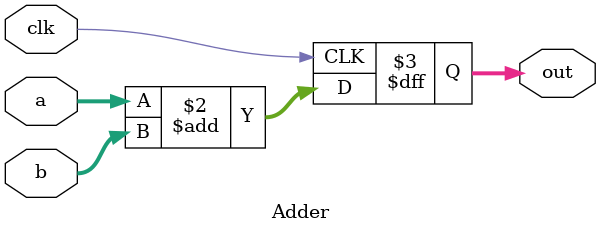
<source format=v>
 
module Adder
#(parameter SIZE=64)
(
    input wire clk,
    input wire[SIZE-1:0] a,
    input wire[SIZE-1:0] b,
    output reg[SIZE-1:0] out
);

always @(posedge clk) begin
    out <= a + b;
end


endmodule

</source>
